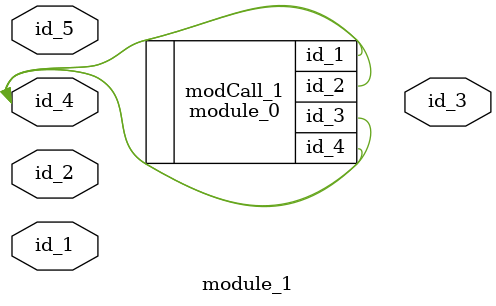
<source format=v>
module module_0 (
    id_1,
    id_2,
    id_3,
    id_4
);
  output wire id_4;
  inout wire id_3;
  inout wire id_2;
  output wire id_1;
  assign id_2 = 1'd0;
  assign id_2 = 1;
  wire id_5;
  wire id_6;
endmodule
module module_1 (
    id_1,
    id_2,
    id_3,
    id_4,
    id_5
);
  input wire id_5;
  inout wire id_4;
  output wire id_3;
  inout wire id_2;
  inout wire id_1;
  assign id_2 = 1 ? id_2 : 1;
  module_0 modCall_1 (
      id_4,
      id_4,
      id_4,
      id_4
  );
endmodule

</source>
